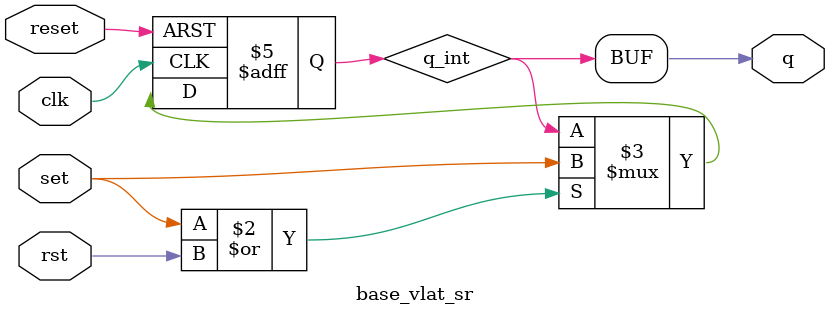
<source format=sv>
/*
 * Copyright 2017 IBM Corporation
 * Licensed to the Apache Software Foundation (ASF) under one
 * or more contributor license agreements.  See the NOTICE file
 * distributed with this work for additional information
 * regarding copyright ownership.  The ASF licenses this file
 * to you under the Apache License, Version 2.0 (the
 * "License"); you may not use this file except in compliance
 * with the License.  You may obtain a copy of the License at
 *
 *     http://www.apache.org/licenses/LICENSE-2.0
 *
 * Unless required by applicable law or agreed to in writing, software
 * distributed under the License is distributed on an "AS IS" BASIS,
 * WITHOUT WARRANTIES OR CONDITIONS OF ANY KIND, either express or implied.
 * See the License for the specific language governing permissions and
 * limitations under the License.
 *
 * Author: Andrew K Martin akmartin@us.ibm.com
 */
 
module base_vlat_sr#(parameter width=1,parameter rstv={width{1'b0}})
  (
   input 	      clk,
   input [0:width-1]  set,
   input [0:width-1]  rst,
   input 	      reset,
   output [0:width-1] q
   );
   
   reg [0:width-1]    q_int;
   genvar 	      i;
   generate
      for(i=0; i< width; i=i+1)
	begin : u0
	   always@(posedge clk or posedge reset) 
	     if (reset) q_int[i] <= rstv;
	     else if (set[i] | rst[i]) q_int[i] <= set[i];
	end
   endgenerate
   assign q = q_int;
endmodule // base_vlat_sr


   
  

</source>
